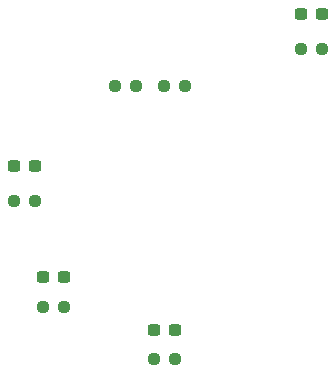
<source format=gtp>
G04 #@! TF.GenerationSoftware,KiCad,Pcbnew,8.0.6*
G04 #@! TF.CreationDate,2024-12-13T00:51:39+01:00*
G04 #@! TF.ProjectId,ps2-tatacon-rp2040,7073322d-7461-4746-9163-6f6e2d727032,rev?*
G04 #@! TF.SameCoordinates,Original*
G04 #@! TF.FileFunction,Paste,Top*
G04 #@! TF.FilePolarity,Positive*
%FSLAX46Y46*%
G04 Gerber Fmt 4.6, Leading zero omitted, Abs format (unit mm)*
G04 Created by KiCad (PCBNEW 8.0.6) date 2024-12-13 00:51:39*
%MOMM*%
%LPD*%
G01*
G04 APERTURE LIST*
G04 Aperture macros list*
%AMRoundRect*
0 Rectangle with rounded corners*
0 $1 Rounding radius*
0 $2 $3 $4 $5 $6 $7 $8 $9 X,Y pos of 4 corners*
0 Add a 4 corners polygon primitive as box body*
4,1,4,$2,$3,$4,$5,$6,$7,$8,$9,$2,$3,0*
0 Add four circle primitives for the rounded corners*
1,1,$1+$1,$2,$3*
1,1,$1+$1,$4,$5*
1,1,$1+$1,$6,$7*
1,1,$1+$1,$8,$9*
0 Add four rect primitives between the rounded corners*
20,1,$1+$1,$2,$3,$4,$5,0*
20,1,$1+$1,$4,$5,$6,$7,0*
20,1,$1+$1,$6,$7,$8,$9,0*
20,1,$1+$1,$8,$9,$2,$3,0*%
G04 Aperture macros list end*
%ADD10RoundRect,0.237500X0.300000X0.237500X-0.300000X0.237500X-0.300000X-0.237500X0.300000X-0.237500X0*%
%ADD11RoundRect,0.237500X-0.250000X-0.237500X0.250000X-0.237500X0.250000X0.237500X-0.250000X0.237500X0*%
%ADD12RoundRect,0.237500X0.250000X0.237500X-0.250000X0.237500X-0.250000X-0.237500X0.250000X-0.237500X0*%
G04 APERTURE END LIST*
D10*
X36712500Y-48650000D03*
X34987500Y-48650000D03*
D11*
X44337500Y-55600000D03*
X46162500Y-55600000D03*
D10*
X58562500Y-26350000D03*
X56837500Y-26350000D03*
D11*
X41037500Y-32425000D03*
X42862500Y-32425000D03*
X34937500Y-51150000D03*
X36762500Y-51150000D03*
D12*
X47012500Y-32425000D03*
X45187500Y-32425000D03*
D10*
X34262500Y-39200000D03*
X32537500Y-39200000D03*
X44387500Y-53100000D03*
X46112500Y-53100000D03*
D11*
X32487500Y-42200000D03*
X34312500Y-42200000D03*
X56787500Y-29300000D03*
X58612500Y-29300000D03*
M02*

</source>
